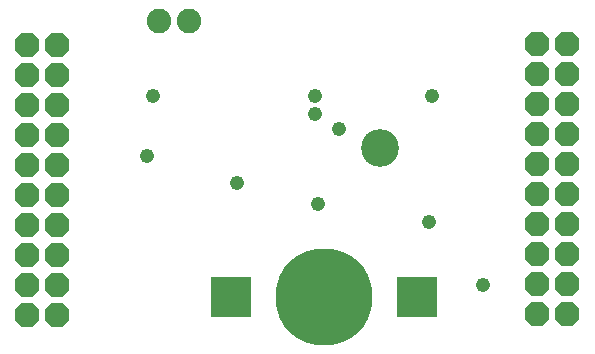
<source format=gbs>
G75*
%MOIN*%
%OFA0B0*%
%FSLAX24Y24*%
%IPPOS*%
%LPD*%
%AMOC8*
5,1,8,0,0,1.08239X$1,22.5*
%
%ADD10C,0.1261*%
%ADD11OC8,0.0820*%
%ADD12C,0.3230*%
%ADD13R,0.1330X0.1330*%
%ADD14C,0.0820*%
%ADD15C,0.0476*%
D10*
X017617Y012535D03*
D11*
X005880Y006980D03*
X006880Y006980D03*
X006880Y007980D03*
X005880Y007980D03*
X005880Y008980D03*
X006880Y008980D03*
X006880Y009980D03*
X005880Y009980D03*
X005880Y010980D03*
X006880Y010980D03*
X006880Y011980D03*
X005880Y011980D03*
X005880Y012980D03*
X006880Y012980D03*
X006880Y013980D03*
X005880Y013980D03*
X005880Y014980D03*
X006880Y014980D03*
X006880Y015980D03*
X005880Y015980D03*
X022880Y016000D03*
X023880Y016000D03*
X023880Y015000D03*
X022880Y015000D03*
X022880Y014000D03*
X023880Y014000D03*
X023880Y013000D03*
X022880Y013000D03*
X022880Y012000D03*
X023880Y012000D03*
X023880Y011000D03*
X022880Y011000D03*
X022880Y010000D03*
X023880Y010000D03*
X023880Y009000D03*
X022880Y009000D03*
X022880Y008000D03*
X023880Y008000D03*
X023880Y007000D03*
X022880Y007000D03*
D12*
X015770Y007570D03*
D13*
X012670Y007570D03*
X018870Y007570D03*
D14*
X011280Y016780D03*
X010280Y016780D03*
D15*
X010080Y014280D03*
X009880Y012280D03*
X012880Y011380D03*
X015580Y010680D03*
X016280Y013180D03*
X015480Y013680D03*
X015480Y014280D03*
X019380Y014280D03*
X019280Y010080D03*
X021080Y007980D03*
M02*

</source>
